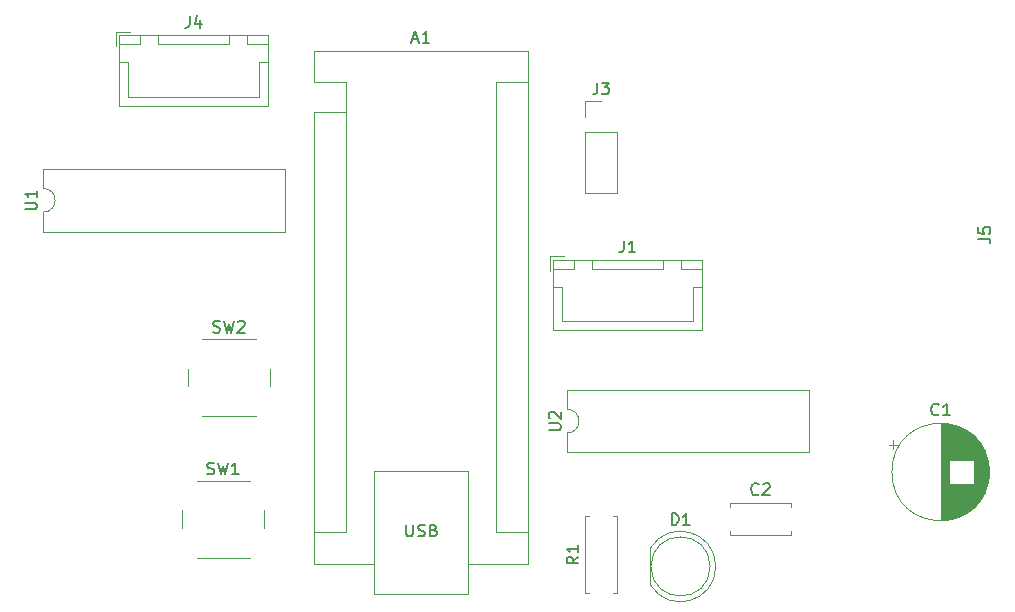
<source format=gbr>
%TF.GenerationSoftware,KiCad,Pcbnew,9.0.7*%
%TF.CreationDate,2026-01-19T18:35:35-08:00*%
%TF.ProjectId,polargraph plotter,706f6c61-7267-4726-9170-6820706c6f74,rev?*%
%TF.SameCoordinates,Original*%
%TF.FileFunction,Legend,Top*%
%TF.FilePolarity,Positive*%
%FSLAX46Y46*%
G04 Gerber Fmt 4.6, Leading zero omitted, Abs format (unit mm)*
G04 Created by KiCad (PCBNEW 9.0.7) date 2026-01-19 18:35:35*
%MOMM*%
%LPD*%
G01*
G04 APERTURE LIST*
%ADD10C,0.150000*%
%ADD11C,0.120000*%
G04 APERTURE END LIST*
D10*
X122584819Y-94666666D02*
X122108628Y-94999999D01*
X122584819Y-95238094D02*
X121584819Y-95238094D01*
X121584819Y-95238094D02*
X121584819Y-94857142D01*
X121584819Y-94857142D02*
X121632438Y-94761904D01*
X121632438Y-94761904D02*
X121680057Y-94714285D01*
X121680057Y-94714285D02*
X121775295Y-94666666D01*
X121775295Y-94666666D02*
X121918152Y-94666666D01*
X121918152Y-94666666D02*
X122013390Y-94714285D01*
X122013390Y-94714285D02*
X122061009Y-94761904D01*
X122061009Y-94761904D02*
X122108628Y-94857142D01*
X122108628Y-94857142D02*
X122108628Y-95238094D01*
X122584819Y-93714285D02*
X122584819Y-94285713D01*
X122584819Y-93999999D02*
X121584819Y-93999999D01*
X121584819Y-93999999D02*
X121727676Y-94095237D01*
X121727676Y-94095237D02*
X121822914Y-94190475D01*
X121822914Y-94190475D02*
X121870533Y-94285713D01*
X156454819Y-67743333D02*
X157169104Y-67743333D01*
X157169104Y-67743333D02*
X157311961Y-67790952D01*
X157311961Y-67790952D02*
X157407200Y-67886190D01*
X157407200Y-67886190D02*
X157454819Y-68029047D01*
X157454819Y-68029047D02*
X157454819Y-68124285D01*
X156454819Y-66790952D02*
X156454819Y-67267142D01*
X156454819Y-67267142D02*
X156931009Y-67314761D01*
X156931009Y-67314761D02*
X156883390Y-67267142D01*
X156883390Y-67267142D02*
X156835771Y-67171904D01*
X156835771Y-67171904D02*
X156835771Y-66933809D01*
X156835771Y-66933809D02*
X156883390Y-66838571D01*
X156883390Y-66838571D02*
X156931009Y-66790952D01*
X156931009Y-66790952D02*
X157026247Y-66743333D01*
X157026247Y-66743333D02*
X157264342Y-66743333D01*
X157264342Y-66743333D02*
X157359580Y-66790952D01*
X157359580Y-66790952D02*
X157407200Y-66838571D01*
X157407200Y-66838571D02*
X157454819Y-66933809D01*
X157454819Y-66933809D02*
X157454819Y-67171904D01*
X157454819Y-67171904D02*
X157407200Y-67267142D01*
X157407200Y-67267142D02*
X157359580Y-67314761D01*
X91166667Y-87657200D02*
X91309524Y-87704819D01*
X91309524Y-87704819D02*
X91547619Y-87704819D01*
X91547619Y-87704819D02*
X91642857Y-87657200D01*
X91642857Y-87657200D02*
X91690476Y-87609580D01*
X91690476Y-87609580D02*
X91738095Y-87514342D01*
X91738095Y-87514342D02*
X91738095Y-87419104D01*
X91738095Y-87419104D02*
X91690476Y-87323866D01*
X91690476Y-87323866D02*
X91642857Y-87276247D01*
X91642857Y-87276247D02*
X91547619Y-87228628D01*
X91547619Y-87228628D02*
X91357143Y-87181009D01*
X91357143Y-87181009D02*
X91261905Y-87133390D01*
X91261905Y-87133390D02*
X91214286Y-87085771D01*
X91214286Y-87085771D02*
X91166667Y-86990533D01*
X91166667Y-86990533D02*
X91166667Y-86895295D01*
X91166667Y-86895295D02*
X91214286Y-86800057D01*
X91214286Y-86800057D02*
X91261905Y-86752438D01*
X91261905Y-86752438D02*
X91357143Y-86704819D01*
X91357143Y-86704819D02*
X91595238Y-86704819D01*
X91595238Y-86704819D02*
X91738095Y-86752438D01*
X92071429Y-86704819D02*
X92309524Y-87704819D01*
X92309524Y-87704819D02*
X92500000Y-86990533D01*
X92500000Y-86990533D02*
X92690476Y-87704819D01*
X92690476Y-87704819D02*
X92928572Y-86704819D01*
X93833333Y-87704819D02*
X93261905Y-87704819D01*
X93547619Y-87704819D02*
X93547619Y-86704819D01*
X93547619Y-86704819D02*
X93452381Y-86847676D01*
X93452381Y-86847676D02*
X93357143Y-86942914D01*
X93357143Y-86942914D02*
X93261905Y-86990533D01*
X153083333Y-82609580D02*
X153035714Y-82657200D01*
X153035714Y-82657200D02*
X152892857Y-82704819D01*
X152892857Y-82704819D02*
X152797619Y-82704819D01*
X152797619Y-82704819D02*
X152654762Y-82657200D01*
X152654762Y-82657200D02*
X152559524Y-82561961D01*
X152559524Y-82561961D02*
X152511905Y-82466723D01*
X152511905Y-82466723D02*
X152464286Y-82276247D01*
X152464286Y-82276247D02*
X152464286Y-82133390D01*
X152464286Y-82133390D02*
X152511905Y-81942914D01*
X152511905Y-81942914D02*
X152559524Y-81847676D01*
X152559524Y-81847676D02*
X152654762Y-81752438D01*
X152654762Y-81752438D02*
X152797619Y-81704819D01*
X152797619Y-81704819D02*
X152892857Y-81704819D01*
X152892857Y-81704819D02*
X153035714Y-81752438D01*
X153035714Y-81752438D02*
X153083333Y-81800057D01*
X154035714Y-82704819D02*
X153464286Y-82704819D01*
X153750000Y-82704819D02*
X153750000Y-81704819D01*
X153750000Y-81704819D02*
X153654762Y-81847676D01*
X153654762Y-81847676D02*
X153559524Y-81942914D01*
X153559524Y-81942914D02*
X153464286Y-81990533D01*
X137833333Y-89359580D02*
X137785714Y-89407200D01*
X137785714Y-89407200D02*
X137642857Y-89454819D01*
X137642857Y-89454819D02*
X137547619Y-89454819D01*
X137547619Y-89454819D02*
X137404762Y-89407200D01*
X137404762Y-89407200D02*
X137309524Y-89311961D01*
X137309524Y-89311961D02*
X137261905Y-89216723D01*
X137261905Y-89216723D02*
X137214286Y-89026247D01*
X137214286Y-89026247D02*
X137214286Y-88883390D01*
X137214286Y-88883390D02*
X137261905Y-88692914D01*
X137261905Y-88692914D02*
X137309524Y-88597676D01*
X137309524Y-88597676D02*
X137404762Y-88502438D01*
X137404762Y-88502438D02*
X137547619Y-88454819D01*
X137547619Y-88454819D02*
X137642857Y-88454819D01*
X137642857Y-88454819D02*
X137785714Y-88502438D01*
X137785714Y-88502438D02*
X137833333Y-88550057D01*
X138214286Y-88550057D02*
X138261905Y-88502438D01*
X138261905Y-88502438D02*
X138357143Y-88454819D01*
X138357143Y-88454819D02*
X138595238Y-88454819D01*
X138595238Y-88454819D02*
X138690476Y-88502438D01*
X138690476Y-88502438D02*
X138738095Y-88550057D01*
X138738095Y-88550057D02*
X138785714Y-88645295D01*
X138785714Y-88645295D02*
X138785714Y-88740533D01*
X138785714Y-88740533D02*
X138738095Y-88883390D01*
X138738095Y-88883390D02*
X138166667Y-89454819D01*
X138166667Y-89454819D02*
X138785714Y-89454819D01*
X75734819Y-65256904D02*
X76544342Y-65256904D01*
X76544342Y-65256904D02*
X76639580Y-65209285D01*
X76639580Y-65209285D02*
X76687200Y-65161666D01*
X76687200Y-65161666D02*
X76734819Y-65066428D01*
X76734819Y-65066428D02*
X76734819Y-64875952D01*
X76734819Y-64875952D02*
X76687200Y-64780714D01*
X76687200Y-64780714D02*
X76639580Y-64733095D01*
X76639580Y-64733095D02*
X76544342Y-64685476D01*
X76544342Y-64685476D02*
X75734819Y-64685476D01*
X76734819Y-63685476D02*
X76734819Y-64256904D01*
X76734819Y-63971190D02*
X75734819Y-63971190D01*
X75734819Y-63971190D02*
X75877676Y-64066428D01*
X75877676Y-64066428D02*
X75972914Y-64161666D01*
X75972914Y-64161666D02*
X76020533Y-64256904D01*
X91666667Y-75657200D02*
X91809524Y-75704819D01*
X91809524Y-75704819D02*
X92047619Y-75704819D01*
X92047619Y-75704819D02*
X92142857Y-75657200D01*
X92142857Y-75657200D02*
X92190476Y-75609580D01*
X92190476Y-75609580D02*
X92238095Y-75514342D01*
X92238095Y-75514342D02*
X92238095Y-75419104D01*
X92238095Y-75419104D02*
X92190476Y-75323866D01*
X92190476Y-75323866D02*
X92142857Y-75276247D01*
X92142857Y-75276247D02*
X92047619Y-75228628D01*
X92047619Y-75228628D02*
X91857143Y-75181009D01*
X91857143Y-75181009D02*
X91761905Y-75133390D01*
X91761905Y-75133390D02*
X91714286Y-75085771D01*
X91714286Y-75085771D02*
X91666667Y-74990533D01*
X91666667Y-74990533D02*
X91666667Y-74895295D01*
X91666667Y-74895295D02*
X91714286Y-74800057D01*
X91714286Y-74800057D02*
X91761905Y-74752438D01*
X91761905Y-74752438D02*
X91857143Y-74704819D01*
X91857143Y-74704819D02*
X92095238Y-74704819D01*
X92095238Y-74704819D02*
X92238095Y-74752438D01*
X92571429Y-74704819D02*
X92809524Y-75704819D01*
X92809524Y-75704819D02*
X93000000Y-74990533D01*
X93000000Y-74990533D02*
X93190476Y-75704819D01*
X93190476Y-75704819D02*
X93428572Y-74704819D01*
X93761905Y-74800057D02*
X93809524Y-74752438D01*
X93809524Y-74752438D02*
X93904762Y-74704819D01*
X93904762Y-74704819D02*
X94142857Y-74704819D01*
X94142857Y-74704819D02*
X94238095Y-74752438D01*
X94238095Y-74752438D02*
X94285714Y-74800057D01*
X94285714Y-74800057D02*
X94333333Y-74895295D01*
X94333333Y-74895295D02*
X94333333Y-74990533D01*
X94333333Y-74990533D02*
X94285714Y-75133390D01*
X94285714Y-75133390D02*
X93714286Y-75704819D01*
X93714286Y-75704819D02*
X94333333Y-75704819D01*
X108545714Y-50879104D02*
X109021904Y-50879104D01*
X108450476Y-51164819D02*
X108783809Y-50164819D01*
X108783809Y-50164819D02*
X109117142Y-51164819D01*
X109974285Y-51164819D02*
X109402857Y-51164819D01*
X109688571Y-51164819D02*
X109688571Y-50164819D01*
X109688571Y-50164819D02*
X109593333Y-50307676D01*
X109593333Y-50307676D02*
X109498095Y-50402914D01*
X109498095Y-50402914D02*
X109402857Y-50450533D01*
X107998095Y-91954819D02*
X107998095Y-92764342D01*
X107998095Y-92764342D02*
X108045714Y-92859580D01*
X108045714Y-92859580D02*
X108093333Y-92907200D01*
X108093333Y-92907200D02*
X108188571Y-92954819D01*
X108188571Y-92954819D02*
X108379047Y-92954819D01*
X108379047Y-92954819D02*
X108474285Y-92907200D01*
X108474285Y-92907200D02*
X108521904Y-92859580D01*
X108521904Y-92859580D02*
X108569523Y-92764342D01*
X108569523Y-92764342D02*
X108569523Y-91954819D01*
X108998095Y-92907200D02*
X109140952Y-92954819D01*
X109140952Y-92954819D02*
X109379047Y-92954819D01*
X109379047Y-92954819D02*
X109474285Y-92907200D01*
X109474285Y-92907200D02*
X109521904Y-92859580D01*
X109521904Y-92859580D02*
X109569523Y-92764342D01*
X109569523Y-92764342D02*
X109569523Y-92669104D01*
X109569523Y-92669104D02*
X109521904Y-92573866D01*
X109521904Y-92573866D02*
X109474285Y-92526247D01*
X109474285Y-92526247D02*
X109379047Y-92478628D01*
X109379047Y-92478628D02*
X109188571Y-92431009D01*
X109188571Y-92431009D02*
X109093333Y-92383390D01*
X109093333Y-92383390D02*
X109045714Y-92335771D01*
X109045714Y-92335771D02*
X108998095Y-92240533D01*
X108998095Y-92240533D02*
X108998095Y-92145295D01*
X108998095Y-92145295D02*
X109045714Y-92050057D01*
X109045714Y-92050057D02*
X109093333Y-92002438D01*
X109093333Y-92002438D02*
X109188571Y-91954819D01*
X109188571Y-91954819D02*
X109426666Y-91954819D01*
X109426666Y-91954819D02*
X109569523Y-92002438D01*
X110331428Y-92431009D02*
X110474285Y-92478628D01*
X110474285Y-92478628D02*
X110521904Y-92526247D01*
X110521904Y-92526247D02*
X110569523Y-92621485D01*
X110569523Y-92621485D02*
X110569523Y-92764342D01*
X110569523Y-92764342D02*
X110521904Y-92859580D01*
X110521904Y-92859580D02*
X110474285Y-92907200D01*
X110474285Y-92907200D02*
X110379047Y-92954819D01*
X110379047Y-92954819D02*
X109998095Y-92954819D01*
X109998095Y-92954819D02*
X109998095Y-91954819D01*
X109998095Y-91954819D02*
X110331428Y-91954819D01*
X110331428Y-91954819D02*
X110426666Y-92002438D01*
X110426666Y-92002438D02*
X110474285Y-92050057D01*
X110474285Y-92050057D02*
X110521904Y-92145295D01*
X110521904Y-92145295D02*
X110521904Y-92240533D01*
X110521904Y-92240533D02*
X110474285Y-92335771D01*
X110474285Y-92335771D02*
X110426666Y-92383390D01*
X110426666Y-92383390D02*
X110331428Y-92431009D01*
X110331428Y-92431009D02*
X109998095Y-92431009D01*
X120084819Y-83951904D02*
X120894342Y-83951904D01*
X120894342Y-83951904D02*
X120989580Y-83904285D01*
X120989580Y-83904285D02*
X121037200Y-83856666D01*
X121037200Y-83856666D02*
X121084819Y-83761428D01*
X121084819Y-83761428D02*
X121084819Y-83570952D01*
X121084819Y-83570952D02*
X121037200Y-83475714D01*
X121037200Y-83475714D02*
X120989580Y-83428095D01*
X120989580Y-83428095D02*
X120894342Y-83380476D01*
X120894342Y-83380476D02*
X120084819Y-83380476D01*
X120180057Y-82951904D02*
X120132438Y-82904285D01*
X120132438Y-82904285D02*
X120084819Y-82809047D01*
X120084819Y-82809047D02*
X120084819Y-82570952D01*
X120084819Y-82570952D02*
X120132438Y-82475714D01*
X120132438Y-82475714D02*
X120180057Y-82428095D01*
X120180057Y-82428095D02*
X120275295Y-82380476D01*
X120275295Y-82380476D02*
X120370533Y-82380476D01*
X120370533Y-82380476D02*
X120513390Y-82428095D01*
X120513390Y-82428095D02*
X121084819Y-82999523D01*
X121084819Y-82999523D02*
X121084819Y-82380476D01*
X124166666Y-54534819D02*
X124166666Y-55249104D01*
X124166666Y-55249104D02*
X124119047Y-55391961D01*
X124119047Y-55391961D02*
X124023809Y-55487200D01*
X124023809Y-55487200D02*
X123880952Y-55534819D01*
X123880952Y-55534819D02*
X123785714Y-55534819D01*
X124547619Y-54534819D02*
X125166666Y-54534819D01*
X125166666Y-54534819D02*
X124833333Y-54915771D01*
X124833333Y-54915771D02*
X124976190Y-54915771D01*
X124976190Y-54915771D02*
X125071428Y-54963390D01*
X125071428Y-54963390D02*
X125119047Y-55011009D01*
X125119047Y-55011009D02*
X125166666Y-55106247D01*
X125166666Y-55106247D02*
X125166666Y-55344342D01*
X125166666Y-55344342D02*
X125119047Y-55439580D01*
X125119047Y-55439580D02*
X125071428Y-55487200D01*
X125071428Y-55487200D02*
X124976190Y-55534819D01*
X124976190Y-55534819D02*
X124690476Y-55534819D01*
X124690476Y-55534819D02*
X124595238Y-55487200D01*
X124595238Y-55487200D02*
X124547619Y-55439580D01*
X126416666Y-67904819D02*
X126416666Y-68619104D01*
X126416666Y-68619104D02*
X126369047Y-68761961D01*
X126369047Y-68761961D02*
X126273809Y-68857200D01*
X126273809Y-68857200D02*
X126130952Y-68904819D01*
X126130952Y-68904819D02*
X126035714Y-68904819D01*
X127416666Y-68904819D02*
X126845238Y-68904819D01*
X127130952Y-68904819D02*
X127130952Y-67904819D01*
X127130952Y-67904819D02*
X127035714Y-68047676D01*
X127035714Y-68047676D02*
X126940476Y-68142914D01*
X126940476Y-68142914D02*
X126845238Y-68190533D01*
X130491905Y-91994819D02*
X130491905Y-90994819D01*
X130491905Y-90994819D02*
X130730000Y-90994819D01*
X130730000Y-90994819D02*
X130872857Y-91042438D01*
X130872857Y-91042438D02*
X130968095Y-91137676D01*
X130968095Y-91137676D02*
X131015714Y-91232914D01*
X131015714Y-91232914D02*
X131063333Y-91423390D01*
X131063333Y-91423390D02*
X131063333Y-91566247D01*
X131063333Y-91566247D02*
X131015714Y-91756723D01*
X131015714Y-91756723D02*
X130968095Y-91851961D01*
X130968095Y-91851961D02*
X130872857Y-91947200D01*
X130872857Y-91947200D02*
X130730000Y-91994819D01*
X130730000Y-91994819D02*
X130491905Y-91994819D01*
X132015714Y-91994819D02*
X131444286Y-91994819D01*
X131730000Y-91994819D02*
X131730000Y-90994819D01*
X131730000Y-90994819D02*
X131634762Y-91137676D01*
X131634762Y-91137676D02*
X131539524Y-91232914D01*
X131539524Y-91232914D02*
X131444286Y-91280533D01*
X89666666Y-48879819D02*
X89666666Y-49594104D01*
X89666666Y-49594104D02*
X89619047Y-49736961D01*
X89619047Y-49736961D02*
X89523809Y-49832200D01*
X89523809Y-49832200D02*
X89380952Y-49879819D01*
X89380952Y-49879819D02*
X89285714Y-49879819D01*
X90571428Y-49213152D02*
X90571428Y-49879819D01*
X90333333Y-48832200D02*
X90095238Y-49546485D01*
X90095238Y-49546485D02*
X90714285Y-49546485D01*
D11*
%TO.C,R1*%
X123130000Y-91230000D02*
X123460000Y-91230000D01*
X123130000Y-97770000D02*
X123130000Y-91230000D01*
X123460000Y-97770000D02*
X123130000Y-97770000D01*
X125540000Y-97770000D02*
X125870000Y-97770000D01*
X125870000Y-91230000D02*
X125540000Y-91230000D01*
X125870000Y-97770000D02*
X125870000Y-91230000D01*
%TO.C,SW1*%
X89000000Y-90750000D02*
X89000000Y-92250000D01*
X90250000Y-94750000D02*
X94750000Y-94750000D01*
X94750000Y-88250000D02*
X90250000Y-88250000D01*
X96000000Y-92250000D02*
X96000000Y-90750000D01*
%TO.C,C1*%
X148840302Y-85185000D02*
X149640302Y-85185000D01*
X149240302Y-84785000D02*
X149240302Y-85585000D01*
X153250000Y-83420000D02*
X153250000Y-91580000D01*
X153290000Y-83420000D02*
X153290000Y-91580000D01*
X153330000Y-83421000D02*
X153330000Y-91579000D01*
X153370000Y-83422000D02*
X153370000Y-91578000D01*
X153410000Y-83423000D02*
X153410000Y-91577000D01*
X153450000Y-83425000D02*
X153450000Y-91575000D01*
X153490000Y-83427000D02*
X153490000Y-91573000D01*
X153530000Y-83430000D02*
X153530000Y-91570000D01*
X153570000Y-83432000D02*
X153570000Y-91568000D01*
X153610000Y-83436000D02*
X153610000Y-91564000D01*
X153650000Y-83439000D02*
X153650000Y-91561000D01*
X153690000Y-83444000D02*
X153690000Y-91556000D01*
X153730000Y-83448000D02*
X153730000Y-91552000D01*
X153770000Y-83453000D02*
X153770000Y-91547000D01*
X153810000Y-83458000D02*
X153810000Y-91542000D01*
X153850000Y-83464000D02*
X153850000Y-91536000D01*
X153890000Y-83470000D02*
X153890000Y-91530000D01*
X153930000Y-83477000D02*
X153930000Y-91523000D01*
X153970000Y-83483000D02*
X153970000Y-86460000D01*
X153970000Y-88540000D02*
X153970000Y-91517000D01*
X154010000Y-83491000D02*
X154010000Y-86460000D01*
X154010000Y-88540000D02*
X154010000Y-91509000D01*
X154050000Y-83498000D02*
X154050000Y-86460000D01*
X154050000Y-88540000D02*
X154050000Y-91502000D01*
X154090000Y-83507000D02*
X154090000Y-86460000D01*
X154090000Y-88540000D02*
X154090000Y-91493000D01*
X154130000Y-83515000D02*
X154130000Y-86460000D01*
X154130000Y-88540000D02*
X154130000Y-91485000D01*
X154170000Y-83524000D02*
X154170000Y-86460000D01*
X154170000Y-88540000D02*
X154170000Y-91476000D01*
X154210000Y-83533000D02*
X154210000Y-86460000D01*
X154210000Y-88540000D02*
X154210000Y-91467000D01*
X154250000Y-83543000D02*
X154250000Y-86460000D01*
X154250000Y-88540000D02*
X154250000Y-91457000D01*
X154290000Y-83553000D02*
X154290000Y-86460000D01*
X154290000Y-88540000D02*
X154290000Y-91447000D01*
X154330000Y-83564000D02*
X154330000Y-86460000D01*
X154330000Y-88540000D02*
X154330000Y-91436000D01*
X154370000Y-83575000D02*
X154370000Y-86460000D01*
X154370000Y-88540000D02*
X154370000Y-91425000D01*
X154410000Y-83587000D02*
X154410000Y-86460000D01*
X154410000Y-88540000D02*
X154410000Y-91413000D01*
X154450000Y-83599000D02*
X154450000Y-86460000D01*
X154450000Y-88540000D02*
X154450000Y-91401000D01*
X154490000Y-83611000D02*
X154490000Y-86460000D01*
X154490000Y-88540000D02*
X154490000Y-91389000D01*
X154530000Y-83624000D02*
X154530000Y-86460000D01*
X154530000Y-88540000D02*
X154530000Y-91376000D01*
X154570000Y-83637000D02*
X154570000Y-86460000D01*
X154570000Y-88540000D02*
X154570000Y-91363000D01*
X154610000Y-83651000D02*
X154610000Y-86460000D01*
X154610000Y-88540000D02*
X154610000Y-91349000D01*
X154650000Y-83665000D02*
X154650000Y-86460000D01*
X154650000Y-88540000D02*
X154650000Y-91335000D01*
X154690000Y-83680000D02*
X154690000Y-86460000D01*
X154690000Y-88540000D02*
X154690000Y-91320000D01*
X154730000Y-83695000D02*
X154730000Y-86460000D01*
X154730000Y-88540000D02*
X154730000Y-91305000D01*
X154770000Y-83711000D02*
X154770000Y-86460000D01*
X154770000Y-88540000D02*
X154770000Y-91289000D01*
X154810000Y-83727000D02*
X154810000Y-86460000D01*
X154810000Y-88540000D02*
X154810000Y-91273000D01*
X154850000Y-83743000D02*
X154850000Y-86460000D01*
X154850000Y-88540000D02*
X154850000Y-91257000D01*
X154890000Y-83760000D02*
X154890000Y-86460000D01*
X154890000Y-88540000D02*
X154890000Y-91240000D01*
X154930000Y-83778000D02*
X154930000Y-86460000D01*
X154930000Y-88540000D02*
X154930000Y-91222000D01*
X154970000Y-83796000D02*
X154970000Y-86460000D01*
X154970000Y-88540000D02*
X154970000Y-91204000D01*
X155010000Y-83815000D02*
X155010000Y-86460000D01*
X155010000Y-88540000D02*
X155010000Y-91185000D01*
X155050000Y-83834000D02*
X155050000Y-86460000D01*
X155050000Y-88540000D02*
X155050000Y-91166000D01*
X155090000Y-83854000D02*
X155090000Y-86460000D01*
X155090000Y-88540000D02*
X155090000Y-91146000D01*
X155130000Y-83874000D02*
X155130000Y-86460000D01*
X155130000Y-88540000D02*
X155130000Y-91126000D01*
X155170000Y-83895000D02*
X155170000Y-86460000D01*
X155170000Y-88540000D02*
X155170000Y-91105000D01*
X155210000Y-83916000D02*
X155210000Y-86460000D01*
X155210000Y-88540000D02*
X155210000Y-91084000D01*
X155250000Y-83938000D02*
X155250000Y-86460000D01*
X155250000Y-88540000D02*
X155250000Y-91062000D01*
X155290000Y-83961000D02*
X155290000Y-86460000D01*
X155290000Y-88540000D02*
X155290000Y-91039000D01*
X155330000Y-83984000D02*
X155330000Y-86460000D01*
X155330000Y-88540000D02*
X155330000Y-91016000D01*
X155370000Y-84007000D02*
X155370000Y-86460000D01*
X155370000Y-88540000D02*
X155370000Y-90993000D01*
X155410000Y-84032000D02*
X155410000Y-86460000D01*
X155410000Y-88540000D02*
X155410000Y-90968000D01*
X155450000Y-84057000D02*
X155450000Y-86460000D01*
X155450000Y-88540000D02*
X155450000Y-90943000D01*
X155490000Y-84082000D02*
X155490000Y-86460000D01*
X155490000Y-88540000D02*
X155490000Y-90918000D01*
X155530000Y-84108000D02*
X155530000Y-86460000D01*
X155530000Y-88540000D02*
X155530000Y-90892000D01*
X155570000Y-84135000D02*
X155570000Y-86460000D01*
X155570000Y-88540000D02*
X155570000Y-90865000D01*
X155610000Y-84163000D02*
X155610000Y-86460000D01*
X155610000Y-88540000D02*
X155610000Y-90837000D01*
X155650000Y-84191000D02*
X155650000Y-86460000D01*
X155650000Y-88540000D02*
X155650000Y-90809000D01*
X155690000Y-84220000D02*
X155690000Y-86460000D01*
X155690000Y-88540000D02*
X155690000Y-90780000D01*
X155730000Y-84250000D02*
X155730000Y-86460000D01*
X155730000Y-88540000D02*
X155730000Y-90750000D01*
X155770000Y-84281000D02*
X155770000Y-86460000D01*
X155770000Y-88540000D02*
X155770000Y-90719000D01*
X155810000Y-84312000D02*
X155810000Y-86460000D01*
X155810000Y-88540000D02*
X155810000Y-90688000D01*
X155850000Y-84344000D02*
X155850000Y-86460000D01*
X155850000Y-88540000D02*
X155850000Y-90656000D01*
X155890000Y-84377000D02*
X155890000Y-86460000D01*
X155890000Y-88540000D02*
X155890000Y-90623000D01*
X155930000Y-84411000D02*
X155930000Y-86460000D01*
X155930000Y-88540000D02*
X155930000Y-90589000D01*
X155970000Y-84445000D02*
X155970000Y-86460000D01*
X155970000Y-88540000D02*
X155970000Y-90555000D01*
X156010000Y-84481000D02*
X156010000Y-86460000D01*
X156010000Y-88540000D02*
X156010000Y-90519000D01*
X156050000Y-84518000D02*
X156050000Y-90482000D01*
X156090000Y-84555000D02*
X156090000Y-90445000D01*
X156130000Y-84594000D02*
X156130000Y-90406000D01*
X156170000Y-84633000D02*
X156170000Y-90367000D01*
X156210000Y-84674000D02*
X156210000Y-90326000D01*
X156250000Y-84716000D02*
X156250000Y-90284000D01*
X156290000Y-84759000D02*
X156290000Y-90241000D01*
X156330000Y-84804000D02*
X156330000Y-90196000D01*
X156370000Y-84849000D02*
X156370000Y-90151000D01*
X156410000Y-84896000D02*
X156410000Y-90104000D01*
X156450000Y-84945000D02*
X156450000Y-90055000D01*
X156490000Y-84995000D02*
X156490000Y-90005000D01*
X156530000Y-85047000D02*
X156530000Y-89953000D01*
X156570000Y-85100000D02*
X156570000Y-89900000D01*
X156610000Y-85156000D02*
X156610000Y-89844000D01*
X156650000Y-85213000D02*
X156650000Y-89787000D01*
X156690000Y-85273000D02*
X156690000Y-89727000D01*
X156730000Y-85335000D02*
X156730000Y-89665000D01*
X156770000Y-85399000D02*
X156770000Y-89601000D01*
X156810000Y-85466000D02*
X156810000Y-89534000D01*
X156850000Y-85536000D02*
X156850000Y-89464000D01*
X156890000Y-85610000D02*
X156890000Y-89390000D01*
X156930000Y-85687000D02*
X156930000Y-89313000D01*
X156970000Y-85769000D02*
X156970000Y-89231000D01*
X157010000Y-85856000D02*
X157010000Y-89144000D01*
X157050000Y-85948000D02*
X157050000Y-89052000D01*
X157090000Y-86047000D02*
X157090000Y-88953000D01*
X157130000Y-86154000D02*
X157130000Y-88846000D01*
X157170000Y-86272000D02*
X157170000Y-88728000D01*
X157210000Y-86403000D02*
X157210000Y-88597000D01*
X157250000Y-86553000D02*
X157250000Y-88447000D01*
X157290000Y-86732000D02*
X157290000Y-88268000D01*
X157330000Y-86967000D02*
X157330000Y-88033000D01*
X157370000Y-87500000D02*
G75*
G02*
X149130000Y-87500000I-4120000J0D01*
G01*
X149130000Y-87500000D02*
G75*
G02*
X157370000Y-87500000I4120000J0D01*
G01*
%TO.C,C2*%
X135380000Y-90130000D02*
X140620000Y-90130000D01*
X135380000Y-90467000D02*
X135380000Y-90130000D01*
X135380000Y-92870000D02*
X135380000Y-92533000D01*
X140620000Y-90130000D02*
X140620000Y-90467000D01*
X140620000Y-92533000D02*
X140620000Y-92870000D01*
X140620000Y-92870000D02*
X135380000Y-92870000D01*
%TO.C,U1*%
X77280000Y-61845000D02*
X77280000Y-63495000D01*
X77280000Y-65495000D02*
X77280000Y-67145000D01*
X77280000Y-67145000D02*
X97720000Y-67145000D01*
X97720000Y-61845000D02*
X77280000Y-61845000D01*
X97720000Y-67145000D02*
X97720000Y-61845000D01*
X77280000Y-63495000D02*
G75*
G02*
X77280000Y-65495000I0J-1000000D01*
G01*
%TO.C,SW2*%
X89500000Y-78750000D02*
X89500000Y-80250000D01*
X90750000Y-82750000D02*
X95250000Y-82750000D01*
X95250000Y-76250000D02*
X90750000Y-76250000D01*
X96500000Y-80250000D02*
X96500000Y-78750000D01*
%TO.C,A1*%
X100240000Y-51850000D02*
X100240000Y-54520000D01*
X100240000Y-57060000D02*
X100240000Y-95290000D01*
X100240000Y-95290000D02*
X105320000Y-95290000D01*
X102910000Y-54520000D02*
X100240000Y-54520000D01*
X102910000Y-57060000D02*
X100240000Y-57060000D01*
X102910000Y-57060000D02*
X102910000Y-54520000D01*
X102910000Y-57060000D02*
X102910000Y-92620000D01*
X102910000Y-92620000D02*
X100240000Y-92620000D01*
X105320000Y-87410000D02*
X113200000Y-87410000D01*
X105320000Y-97830000D02*
X105320000Y-87410000D01*
X113200000Y-87410000D02*
X113200000Y-97830000D01*
X113200000Y-97830000D02*
X105320000Y-97830000D01*
X115610000Y-54520000D02*
X115610000Y-92620000D01*
X115610000Y-54520000D02*
X118280000Y-54520000D01*
X115610000Y-92620000D02*
X118280000Y-92620000D01*
X118280000Y-51850000D02*
X100240000Y-51850000D01*
X118280000Y-95290000D02*
X113200000Y-95290000D01*
X118280000Y-95290000D02*
X118280000Y-51850000D01*
%TO.C,U2*%
X121630000Y-80540000D02*
X121630000Y-82190000D01*
X121630000Y-84190000D02*
X121630000Y-85840000D01*
X121630000Y-85840000D02*
X142070000Y-85840000D01*
X142070000Y-80540000D02*
X121630000Y-80540000D01*
X142070000Y-85840000D02*
X142070000Y-80540000D01*
X121630000Y-82190000D02*
G75*
G02*
X121630000Y-84190000I0J-1000000D01*
G01*
%TO.C,J3*%
X123120000Y-56080000D02*
X124500000Y-56080000D01*
X123120000Y-57460000D02*
X123120000Y-56080000D01*
X123120000Y-58730000D02*
X123120000Y-63920000D01*
X123120000Y-58730000D02*
X125880000Y-58730000D01*
X123120000Y-63920000D02*
X125880000Y-63920000D01*
X125880000Y-58730000D02*
X125880000Y-63920000D01*
%TO.C,J1*%
X120150000Y-69250000D02*
X120150000Y-70500000D01*
X120450000Y-71800000D02*
X121200000Y-71800000D01*
X121200000Y-71800000D02*
X121200000Y-74750000D01*
X121200000Y-74750000D02*
X126750000Y-74750000D01*
X121400000Y-69250000D02*
X120150000Y-69250000D01*
X132300000Y-71800000D02*
X132300000Y-74750000D01*
X132300000Y-74750000D02*
X126750000Y-74750000D01*
X133050000Y-71800000D02*
X132300000Y-71800000D01*
X120440000Y-69540000D02*
X133060000Y-69540000D01*
X133060000Y-75510000D01*
X120440000Y-75510000D01*
X120440000Y-69540000D01*
X120450000Y-69550000D02*
X122250000Y-69550000D01*
X122250000Y-70300000D01*
X120450000Y-70300000D01*
X120450000Y-69550000D01*
X123750000Y-69550000D02*
X129750000Y-69550000D01*
X129750000Y-70300000D01*
X123750000Y-70300000D01*
X123750000Y-69550000D01*
X131250000Y-69550000D02*
X133050000Y-69550000D01*
X133050000Y-70300000D01*
X131250000Y-70300000D01*
X131250000Y-69550000D01*
%TO.C,D1*%
X128670000Y-93955000D02*
X128670000Y-97045000D01*
X128670000Y-93955170D02*
G75*
G02*
X134220000Y-95500000I2560000J-1544830D01*
G01*
X134220000Y-95500000D02*
G75*
G02*
X128670000Y-97044830I-2990000J0D01*
G01*
X133730000Y-95500000D02*
G75*
G02*
X128730000Y-95500000I-2500000J0D01*
G01*
X128730000Y-95500000D02*
G75*
G02*
X133730000Y-95500000I2500000J0D01*
G01*
%TO.C,J4*%
X83400000Y-50225000D02*
X83400000Y-51475000D01*
X83700000Y-52775000D02*
X84450000Y-52775000D01*
X84450000Y-52775000D02*
X84450000Y-55725000D01*
X84450000Y-55725000D02*
X90000000Y-55725000D01*
X84650000Y-50225000D02*
X83400000Y-50225000D01*
X95550000Y-52775000D02*
X95550000Y-55725000D01*
X95550000Y-55725000D02*
X90000000Y-55725000D01*
X96300000Y-52775000D02*
X95550000Y-52775000D01*
X83690000Y-50515000D02*
X96310000Y-50515000D01*
X96310000Y-56485000D01*
X83690000Y-56485000D01*
X83690000Y-50515000D01*
X83700000Y-50525000D02*
X85500000Y-50525000D01*
X85500000Y-51275000D01*
X83700000Y-51275000D01*
X83700000Y-50525000D01*
X87000000Y-50525000D02*
X93000000Y-50525000D01*
X93000000Y-51275000D01*
X87000000Y-51275000D01*
X87000000Y-50525000D01*
X94500000Y-50525000D02*
X96300000Y-50525000D01*
X96300000Y-51275000D01*
X94500000Y-51275000D01*
X94500000Y-50525000D01*
%TD*%
M02*

</source>
